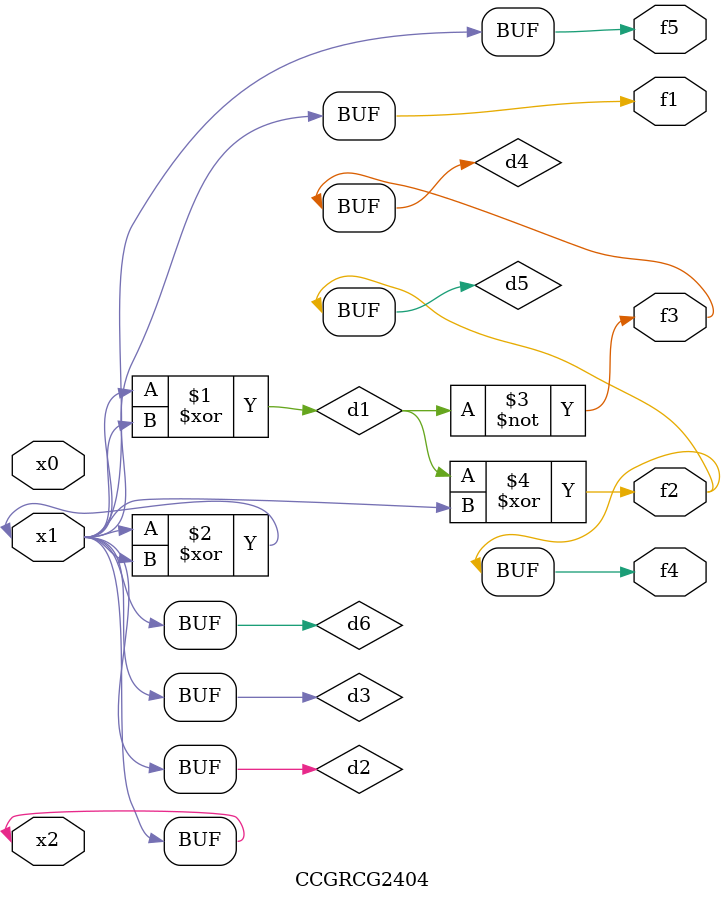
<source format=v>
module CCGRCG2404(
	input x0, x1, x2,
	output f1, f2, f3, f4, f5
);

	wire d1, d2, d3, d4, d5, d6;

	xor (d1, x1, x2);
	buf (d2, x1, x2);
	xor (d3, x1, x2);
	nor (d4, d1);
	xor (d5, d1, d2);
	buf (d6, d2, d3);
	assign f1 = d6;
	assign f2 = d5;
	assign f3 = d4;
	assign f4 = d5;
	assign f5 = d6;
endmodule

</source>
